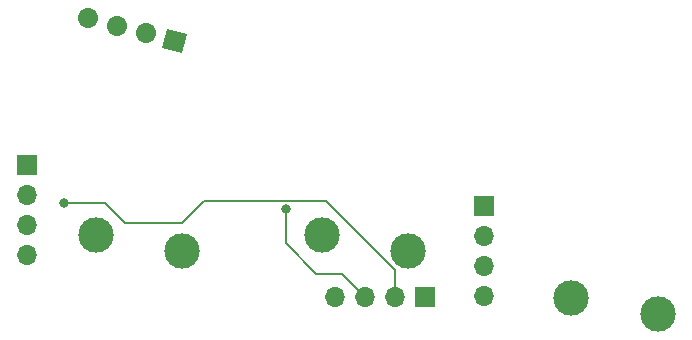
<source format=gbr>
G04 #@! TF.GenerationSoftware,KiCad,Pcbnew,(5.1.4)-1*
G04 #@! TF.CreationDate,2023-09-09T05:28:41-04:00*
G04 #@! TF.ProjectId,ThumbsUp,5468756d-6273-4557-902e-6b696361645f,rev?*
G04 #@! TF.SameCoordinates,Original*
G04 #@! TF.FileFunction,Copper,L1,Top*
G04 #@! TF.FilePolarity,Positive*
%FSLAX46Y46*%
G04 Gerber Fmt 4.6, Leading zero omitted, Abs format (unit mm)*
G04 Created by KiCad (PCBNEW (5.1.4)-1) date 2023-09-09 05:28:41*
%MOMM*%
%LPD*%
G04 APERTURE LIST*
%ADD10C,3.000000*%
%ADD11C,1.700000*%
%ADD12C,1.700000*%
%ADD13C,0.100000*%
%ADD14O,1.700000X1.700000*%
%ADD15R,1.700000X1.700000*%
%ADD16C,0.800000*%
%ADD17C,0.200000*%
G04 APERTURE END LIST*
D10*
X-28720000Y-418360061D03*
X-36020000Y-417010061D03*
X-76250000Y-411621918D03*
X-68950000Y-412971918D03*
D11*
X-76978748Y-393274931D03*
D12*
X-76978748Y-393274931D02*
X-76978748Y-393274931D01*
D11*
X-74525296Y-393932331D03*
D12*
X-74525296Y-393932331D02*
X-74525296Y-393932331D01*
D11*
X-72071845Y-394589732D03*
D12*
X-72071845Y-394589732D02*
X-72071845Y-394589732D01*
D11*
X-69618393Y-395247132D03*
D13*
G36*
X-69017352Y-396288165D02*
G01*
X-70659426Y-395848173D01*
X-70219434Y-394206099D01*
X-68577360Y-394646091D01*
X-69017352Y-396288165D01*
X-69017352Y-396288165D01*
G37*
D14*
X-43433013Y-416833573D03*
X-43433013Y-414293573D03*
X-43433013Y-411753573D03*
D15*
X-43433013Y-409213573D03*
D14*
X-56023868Y-416901045D03*
X-53483868Y-416901045D03*
X-50943868Y-416901045D03*
D15*
X-48403868Y-416901045D03*
D14*
X-82155511Y-413349102D03*
X-82155511Y-410809102D03*
X-82155511Y-408269102D03*
D15*
X-82155511Y-405729102D03*
D10*
X-57170455Y-411621918D03*
X-49870455Y-412971918D03*
D16*
X-60210000Y-409470000D03*
X-79010000Y-408970000D03*
D17*
X-57610000Y-414970000D02*
X-60210000Y-412370000D01*
X-55414913Y-414970000D02*
X-57610000Y-414970000D01*
X-60210000Y-410035685D02*
X-60210000Y-409470000D01*
X-53483868Y-416901045D02*
X-55414913Y-414970000D01*
X-60210000Y-412370000D02*
X-60210000Y-410035685D01*
X-73810000Y-410670000D02*
X-75510000Y-408970000D01*
X-78444315Y-408970000D02*
X-79010000Y-408970000D01*
X-50943868Y-416901045D02*
X-50943868Y-414636132D01*
X-75510000Y-408970000D02*
X-78444315Y-408970000D01*
X-50943868Y-414636132D02*
X-56810000Y-408770000D01*
X-69010000Y-410670000D02*
X-73810000Y-410670000D01*
X-67110000Y-408770000D02*
X-69010000Y-410670000D01*
X-56810000Y-408770000D02*
X-67110000Y-408770000D01*
M02*

</source>
